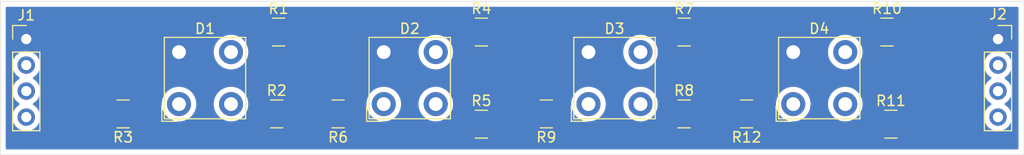
<source format=kicad_pcb>
(kicad_pcb (version 20171130) (host pcbnew "(5.1.0)-1")

  (general
    (thickness 1.6)
    (drawings 4)
    (tracks 0)
    (zones 0)
    (modules 18)
    (nets 17)
  )

  (page A4)
  (layers
    (0 F.Cu signal)
    (31 B.Cu signal)
    (32 B.Adhes user)
    (33 F.Adhes user)
    (34 B.Paste user)
    (35 F.Paste user)
    (36 B.SilkS user)
    (37 F.SilkS user)
    (38 B.Mask user)
    (39 F.Mask user)
    (40 Dwgs.User user)
    (41 Cmts.User user)
    (42 Eco1.User user)
    (43 Eco2.User user)
    (44 Edge.Cuts user)
    (45 Margin user)
    (46 B.CrtYd user)
    (47 F.CrtYd user)
    (48 B.Fab user hide)
    (49 F.Fab user hide)
  )

  (setup
    (last_trace_width 1)
    (trace_clearance 0.2)
    (zone_clearance 0.508)
    (zone_45_only no)
    (trace_min 0.2)
    (via_size 0.8)
    (via_drill 0.4)
    (via_min_size 0.4)
    (via_min_drill 0.3)
    (uvia_size 0.3)
    (uvia_drill 0.1)
    (uvias_allowed no)
    (uvia_min_size 0.2)
    (uvia_min_drill 0.1)
    (edge_width 0.05)
    (segment_width 0.2)
    (pcb_text_width 0.3)
    (pcb_text_size 1.5 1.5)
    (mod_edge_width 0.12)
    (mod_text_size 1 1)
    (mod_text_width 0.15)
    (pad_size 1.524 1.524)
    (pad_drill 0.762)
    (pad_to_mask_clearance 0.051)
    (solder_mask_min_width 0.25)
    (aux_axis_origin 0 0)
    (visible_elements 7FFFFFFF)
    (pcbplotparams
      (layerselection 0x010fc_ffffffff)
      (usegerberextensions false)
      (usegerberattributes false)
      (usegerberadvancedattributes false)
      (creategerberjobfile false)
      (excludeedgelayer true)
      (linewidth 0.100000)
      (plotframeref false)
      (viasonmask false)
      (mode 1)
      (useauxorigin false)
      (hpglpennumber 1)
      (hpglpenspeed 20)
      (hpglpendiameter 15.000000)
      (psnegative false)
      (psa4output false)
      (plotreference true)
      (plotvalue true)
      (plotinvisibletext false)
      (padsonsilk false)
      (subtractmaskfromsilk false)
      (outputformat 1)
      (mirror false)
      (drillshape 1)
      (scaleselection 1)
      (outputdirectory ""))
  )

  (net 0 "")
  (net 1 "Net-(D1-Pad4)")
  (net 2 "Net-(D1-Pad3)")
  (net 3 +12V)
  (net 4 "Net-(D1-Pad2)")
  (net 5 "Net-(D2-Pad2)")
  (net 6 "Net-(D2-Pad3)")
  (net 7 "Net-(D2-Pad4)")
  (net 8 "Net-(D3-Pad4)")
  (net 9 "Net-(D3-Pad3)")
  (net 10 "Net-(D3-Pad2)")
  (net 11 "Net-(D4-Pad2)")
  (net 12 "Net-(D4-Pad3)")
  (net 13 "Net-(D4-Pad4)")
  (net 14 "Net-(J1-Pad2)")
  (net 15 "Net-(J1-Pad3)")
  (net 16 "Net-(J1-Pad4)")

  (net_class Default "This is the default net class."
    (clearance 0.2)
    (trace_width 1)
    (via_dia 0.8)
    (via_drill 0.4)
    (uvia_dia 0.3)
    (uvia_drill 0.1)
    (add_net +12V)
    (add_net "Net-(D1-Pad2)")
    (add_net "Net-(D1-Pad3)")
    (add_net "Net-(D1-Pad4)")
    (add_net "Net-(D2-Pad2)")
    (add_net "Net-(D2-Pad3)")
    (add_net "Net-(D2-Pad4)")
    (add_net "Net-(D3-Pad2)")
    (add_net "Net-(D3-Pad3)")
    (add_net "Net-(D3-Pad4)")
    (add_net "Net-(D4-Pad2)")
    (add_net "Net-(D4-Pad3)")
    (add_net "Net-(D4-Pad4)")
    (add_net "Net-(J1-Pad2)")
    (add_net "Net-(J1-Pad3)")
    (add_net "Net-(J1-Pad4)")
  )

  (module "RGB LED Piranha Super-Flux:LED_FD-115TRGB-A2" (layer F.Cu) (tedit 64051E4A) (tstamp 64054778)
    (at 20 7.5)
    (descr "'Piranha' RGB LED, through hole, common anode, 7.62x7.62mm, ARGB pin order")
    (tags "RGB LED Piranha Super-Flux")
    (path /6349A205)
    (fp_text reference D1 (at 0 -4.826 180) (layer F.SilkS)
      (effects (font (size 1 1) (thickness 0.15)))
    )
    (fp_text value LED_ARGB (at 0 5.334 180) (layer F.Fab)
      (effects (font (size 1 1) (thickness 0.15)))
    )
    (fp_line (start -3.81 2.56) (end -3.81 -3.81) (layer F.Fab) (width 0.1))
    (fp_line (start -3.81 -3.81) (end 3.81 -3.81) (layer F.Fab) (width 0.1))
    (fp_line (start 3.81 -3.81) (end 3.81 3.81) (layer F.Fab) (width 0.1))
    (fp_line (start 3.81 3.81) (end -2.56 3.81) (layer F.Fab) (width 0.1))
    (fp_line (start -2.56 3.81) (end -3.81 2.56) (layer F.Fab) (width 0.1))
    (fp_line (start -3.975 3.975) (end 3.975 3.975) (layer F.SilkS) (width 0.12))
    (fp_line (start 3.975 3.975) (end 3.975 -3.975) (layer F.SilkS) (width 0.12))
    (fp_line (start 3.975 -3.975) (end -3.975 -3.975) (layer F.SilkS) (width 0.12))
    (fp_line (start -3.975 -3.975) (end -3.975 3.975) (layer F.SilkS) (width 0.12))
    (fp_line (start -2.725 4.215) (end -4.215 4.215) (layer F.SilkS) (width 0.12))
    (fp_line (start -4.215 4.215) (end -4.215 2.725) (layer F.SilkS) (width 0.12))
    (fp_line (start -4.06 4.06) (end 4.06 4.06) (layer F.CrtYd) (width 0.05))
    (fp_line (start 4.06 4.06) (end 4.06 -4.06) (layer F.CrtYd) (width 0.05))
    (fp_line (start 4.06 -4.06) (end -4.06 -4.06) (layer F.CrtYd) (width 0.05))
    (fp_line (start -4.06 -4.06) (end -4.06 4.06) (layer F.CrtYd) (width 0.05))
    (fp_text user %R (at 0 0 180) (layer F.Fab)
      (effects (font (size 1 1) (thickness 0.15)))
    )
    (pad 4 thru_hole circle (at -2.54 2.54 90) (size 2.35 2.35) (drill 1.35) (layers *.Cu *.Mask)
      (net 1 "Net-(D1-Pad4)"))
    (pad 3 thru_hole circle (at 2.54 2.54 90) (size 2.35 2.35) (drill 1.35) (layers *.Cu *.Mask)
      (net 2 "Net-(D1-Pad3)"))
    (pad 1 thru_hole rect (at -2.54 -2.54 90) (size 2.35 2.35) (drill 1.35) (layers *.Cu *.Mask)
      (net 3 +12V))
    (pad 2 thru_hole circle (at 2.54 -2.54 90) (size 2.35 2.35) (drill 1.35) (layers *.Cu *.Mask)
      (net 4 "Net-(D1-Pad2)"))
    (model ${KISYS3DMOD}/LED_THT.3dshapes/LED_BL-FL7680RGB.wrl
      (at (xyz 0 0 0))
      (scale (xyz 1 1 1))
      (rotate (xyz 0 0 0))
    )
  )

  (module "RGB LED Piranha Super-Flux:LED_FD-115TRGB-A2" (layer F.Cu) (tedit 64051E4A) (tstamp 64054790)
    (at 40 7.5)
    (descr "'Piranha' RGB LED, through hole, common anode, 7.62x7.62mm, ARGB pin order")
    (tags "RGB LED Piranha Super-Flux")
    (path /634AA274)
    (fp_text reference D2 (at 0 -4.826 180) (layer F.SilkS)
      (effects (font (size 1 1) (thickness 0.15)))
    )
    (fp_text value LED_ARGB (at 0 5.334 180) (layer F.Fab)
      (effects (font (size 1 1) (thickness 0.15)))
    )
    (fp_text user %R (at 0 0 180) (layer F.Fab)
      (effects (font (size 1 1) (thickness 0.15)))
    )
    (fp_line (start -4.06 -4.06) (end -4.06 4.06) (layer F.CrtYd) (width 0.05))
    (fp_line (start 4.06 -4.06) (end -4.06 -4.06) (layer F.CrtYd) (width 0.05))
    (fp_line (start 4.06 4.06) (end 4.06 -4.06) (layer F.CrtYd) (width 0.05))
    (fp_line (start -4.06 4.06) (end 4.06 4.06) (layer F.CrtYd) (width 0.05))
    (fp_line (start -4.215 4.215) (end -4.215 2.725) (layer F.SilkS) (width 0.12))
    (fp_line (start -2.725 4.215) (end -4.215 4.215) (layer F.SilkS) (width 0.12))
    (fp_line (start -3.975 -3.975) (end -3.975 3.975) (layer F.SilkS) (width 0.12))
    (fp_line (start 3.975 -3.975) (end -3.975 -3.975) (layer F.SilkS) (width 0.12))
    (fp_line (start 3.975 3.975) (end 3.975 -3.975) (layer F.SilkS) (width 0.12))
    (fp_line (start -3.975 3.975) (end 3.975 3.975) (layer F.SilkS) (width 0.12))
    (fp_line (start -2.56 3.81) (end -3.81 2.56) (layer F.Fab) (width 0.1))
    (fp_line (start 3.81 3.81) (end -2.56 3.81) (layer F.Fab) (width 0.1))
    (fp_line (start 3.81 -3.81) (end 3.81 3.81) (layer F.Fab) (width 0.1))
    (fp_line (start -3.81 -3.81) (end 3.81 -3.81) (layer F.Fab) (width 0.1))
    (fp_line (start -3.81 2.56) (end -3.81 -3.81) (layer F.Fab) (width 0.1))
    (pad 2 thru_hole circle (at 2.54 -2.54 90) (size 2.35 2.35) (drill 1.35) (layers *.Cu *.Mask)
      (net 5 "Net-(D2-Pad2)"))
    (pad 1 thru_hole rect (at -2.54 -2.54 90) (size 2.35 2.35) (drill 1.35) (layers *.Cu *.Mask)
      (net 3 +12V))
    (pad 3 thru_hole circle (at 2.54 2.54 90) (size 2.35 2.35) (drill 1.35) (layers *.Cu *.Mask)
      (net 6 "Net-(D2-Pad3)"))
    (pad 4 thru_hole circle (at -2.54 2.54 90) (size 2.35 2.35) (drill 1.35) (layers *.Cu *.Mask)
      (net 7 "Net-(D2-Pad4)"))
    (model ${KISYS3DMOD}/LED_THT.3dshapes/LED_BL-FL7680RGB.wrl
      (at (xyz 0 0 0))
      (scale (xyz 1 1 1))
      (rotate (xyz 0 0 0))
    )
  )

  (module "RGB LED Piranha Super-Flux:LED_FD-115TRGB-A2" (layer F.Cu) (tedit 64051E4A) (tstamp 640547A8)
    (at 60 7.5)
    (descr "'Piranha' RGB LED, through hole, common anode, 7.62x7.62mm, ARGB pin order")
    (tags "RGB LED Piranha Super-Flux")
    (path /634ABCE4)
    (fp_text reference D3 (at 0 -4.826 180) (layer F.SilkS)
      (effects (font (size 1 1) (thickness 0.15)))
    )
    (fp_text value LED_ARGB (at 0 5.334 180) (layer F.Fab)
      (effects (font (size 1 1) (thickness 0.15)))
    )
    (fp_line (start -3.81 2.56) (end -3.81 -3.81) (layer F.Fab) (width 0.1))
    (fp_line (start -3.81 -3.81) (end 3.81 -3.81) (layer F.Fab) (width 0.1))
    (fp_line (start 3.81 -3.81) (end 3.81 3.81) (layer F.Fab) (width 0.1))
    (fp_line (start 3.81 3.81) (end -2.56 3.81) (layer F.Fab) (width 0.1))
    (fp_line (start -2.56 3.81) (end -3.81 2.56) (layer F.Fab) (width 0.1))
    (fp_line (start -3.975 3.975) (end 3.975 3.975) (layer F.SilkS) (width 0.12))
    (fp_line (start 3.975 3.975) (end 3.975 -3.975) (layer F.SilkS) (width 0.12))
    (fp_line (start 3.975 -3.975) (end -3.975 -3.975) (layer F.SilkS) (width 0.12))
    (fp_line (start -3.975 -3.975) (end -3.975 3.975) (layer F.SilkS) (width 0.12))
    (fp_line (start -2.725 4.215) (end -4.215 4.215) (layer F.SilkS) (width 0.12))
    (fp_line (start -4.215 4.215) (end -4.215 2.725) (layer F.SilkS) (width 0.12))
    (fp_line (start -4.06 4.06) (end 4.06 4.06) (layer F.CrtYd) (width 0.05))
    (fp_line (start 4.06 4.06) (end 4.06 -4.06) (layer F.CrtYd) (width 0.05))
    (fp_line (start 4.06 -4.06) (end -4.06 -4.06) (layer F.CrtYd) (width 0.05))
    (fp_line (start -4.06 -4.06) (end -4.06 4.06) (layer F.CrtYd) (width 0.05))
    (fp_text user %R (at 0 0 180) (layer F.Fab)
      (effects (font (size 1 1) (thickness 0.15)))
    )
    (pad 4 thru_hole circle (at -2.54 2.54 90) (size 2.35 2.35) (drill 1.35) (layers *.Cu *.Mask)
      (net 8 "Net-(D3-Pad4)"))
    (pad 3 thru_hole circle (at 2.54 2.54 90) (size 2.35 2.35) (drill 1.35) (layers *.Cu *.Mask)
      (net 9 "Net-(D3-Pad3)"))
    (pad 1 thru_hole rect (at -2.54 -2.54 90) (size 2.35 2.35) (drill 1.35) (layers *.Cu *.Mask)
      (net 3 +12V))
    (pad 2 thru_hole circle (at 2.54 -2.54 90) (size 2.35 2.35) (drill 1.35) (layers *.Cu *.Mask)
      (net 10 "Net-(D3-Pad2)"))
    (model ${KISYS3DMOD}/LED_THT.3dshapes/LED_BL-FL7680RGB.wrl
      (at (xyz 0 0 0))
      (scale (xyz 1 1 1))
      (rotate (xyz 0 0 0))
    )
  )

  (module "RGB LED Piranha Super-Flux:LED_FD-115TRGB-A2" (layer F.Cu) (tedit 64051E4A) (tstamp 640547C0)
    (at 80 7.5)
    (descr "'Piranha' RGB LED, through hole, common anode, 7.62x7.62mm, ARGB pin order")
    (tags "RGB LED Piranha Super-Flux")
    (path /634AE83F)
    (fp_text reference D4 (at 0 -4.826 180) (layer F.SilkS)
      (effects (font (size 1 1) (thickness 0.15)))
    )
    (fp_text value LED_ARGB (at 0 5.334 180) (layer F.Fab)
      (effects (font (size 1 1) (thickness 0.15)))
    )
    (fp_text user %R (at 0 0 180) (layer F.Fab)
      (effects (font (size 1 1) (thickness 0.15)))
    )
    (fp_line (start -4.06 -4.06) (end -4.06 4.06) (layer F.CrtYd) (width 0.05))
    (fp_line (start 4.06 -4.06) (end -4.06 -4.06) (layer F.CrtYd) (width 0.05))
    (fp_line (start 4.06 4.06) (end 4.06 -4.06) (layer F.CrtYd) (width 0.05))
    (fp_line (start -4.06 4.06) (end 4.06 4.06) (layer F.CrtYd) (width 0.05))
    (fp_line (start -4.215 4.215) (end -4.215 2.725) (layer F.SilkS) (width 0.12))
    (fp_line (start -2.725 4.215) (end -4.215 4.215) (layer F.SilkS) (width 0.12))
    (fp_line (start -3.975 -3.975) (end -3.975 3.975) (layer F.SilkS) (width 0.12))
    (fp_line (start 3.975 -3.975) (end -3.975 -3.975) (layer F.SilkS) (width 0.12))
    (fp_line (start 3.975 3.975) (end 3.975 -3.975) (layer F.SilkS) (width 0.12))
    (fp_line (start -3.975 3.975) (end 3.975 3.975) (layer F.SilkS) (width 0.12))
    (fp_line (start -2.56 3.81) (end -3.81 2.56) (layer F.Fab) (width 0.1))
    (fp_line (start 3.81 3.81) (end -2.56 3.81) (layer F.Fab) (width 0.1))
    (fp_line (start 3.81 -3.81) (end 3.81 3.81) (layer F.Fab) (width 0.1))
    (fp_line (start -3.81 -3.81) (end 3.81 -3.81) (layer F.Fab) (width 0.1))
    (fp_line (start -3.81 2.56) (end -3.81 -3.81) (layer F.Fab) (width 0.1))
    (pad 2 thru_hole circle (at 2.54 -2.54 90) (size 2.35 2.35) (drill 1.35) (layers *.Cu *.Mask)
      (net 11 "Net-(D4-Pad2)"))
    (pad 1 thru_hole rect (at -2.54 -2.54 90) (size 2.35 2.35) (drill 1.35) (layers *.Cu *.Mask)
      (net 3 +12V))
    (pad 3 thru_hole circle (at 2.54 2.54 90) (size 2.35 2.35) (drill 1.35) (layers *.Cu *.Mask)
      (net 12 "Net-(D4-Pad3)"))
    (pad 4 thru_hole circle (at -2.54 2.54 90) (size 2.35 2.35) (drill 1.35) (layers *.Cu *.Mask)
      (net 13 "Net-(D4-Pad4)"))
    (model ${KISYS3DMOD}/LED_THT.3dshapes/LED_BL-FL7680RGB.wrl
      (at (xyz 0 0 0))
      (scale (xyz 1 1 1))
      (rotate (xyz 0 0 0))
    )
  )

  (module Connector_PinHeader_2.54mm:PinHeader_1x04_P2.54mm_Vertical (layer F.Cu) (tedit 59FED5CC) (tstamp 640547E8)
    (at 2.54 3.69)
    (descr "Through hole straight pin header, 1x04, 2.54mm pitch, single row")
    (tags "Through hole pin header THT 1x04 2.54mm single row")
    (path /634A2590)
    (fp_text reference J1 (at 0 -2.33) (layer F.SilkS)
      (effects (font (size 1 1) (thickness 0.15)))
    )
    (fp_text value Conn_IN (at 0 9.95) (layer F.Fab)
      (effects (font (size 1 1) (thickness 0.15)))
    )
    (fp_line (start -0.635 -1.27) (end 1.27 -1.27) (layer F.Fab) (width 0.1))
    (fp_line (start 1.27 -1.27) (end 1.27 8.89) (layer F.Fab) (width 0.1))
    (fp_line (start 1.27 8.89) (end -1.27 8.89) (layer F.Fab) (width 0.1))
    (fp_line (start -1.27 8.89) (end -1.27 -0.635) (layer F.Fab) (width 0.1))
    (fp_line (start -1.27 -0.635) (end -0.635 -1.27) (layer F.Fab) (width 0.1))
    (fp_line (start -1.33 8.95) (end 1.33 8.95) (layer F.SilkS) (width 0.12))
    (fp_line (start -1.33 1.27) (end -1.33 8.95) (layer F.SilkS) (width 0.12))
    (fp_line (start 1.33 1.27) (end 1.33 8.95) (layer F.SilkS) (width 0.12))
    (fp_line (start -1.33 1.27) (end 1.33 1.27) (layer F.SilkS) (width 0.12))
    (fp_line (start -1.33 0) (end -1.33 -1.33) (layer F.SilkS) (width 0.12))
    (fp_line (start -1.33 -1.33) (end 0 -1.33) (layer F.SilkS) (width 0.12))
    (fp_line (start -1.8 -1.8) (end -1.8 9.4) (layer F.CrtYd) (width 0.05))
    (fp_line (start -1.8 9.4) (end 1.8 9.4) (layer F.CrtYd) (width 0.05))
    (fp_line (start 1.8 9.4) (end 1.8 -1.8) (layer F.CrtYd) (width 0.05))
    (fp_line (start 1.8 -1.8) (end -1.8 -1.8) (layer F.CrtYd) (width 0.05))
    (fp_text user %R (at 0 3.81 90) (layer F.Fab)
      (effects (font (size 1 1) (thickness 0.15)))
    )
    (pad 1 thru_hole rect (at 0 0) (size 1.7 1.7) (drill 1) (layers *.Cu *.Mask)
      (net 3 +12V))
    (pad 2 thru_hole oval (at 0 2.54) (size 1.7 1.7) (drill 1) (layers *.Cu *.Mask)
      (net 14 "Net-(J1-Pad2)"))
    (pad 3 thru_hole oval (at 0 5.08) (size 1.7 1.7) (drill 1) (layers *.Cu *.Mask)
      (net 15 "Net-(J1-Pad3)"))
    (pad 4 thru_hole oval (at 0 7.62) (size 1.7 1.7) (drill 1) (layers *.Cu *.Mask)
      (net 16 "Net-(J1-Pad4)"))
    (model ${KISYS3DMOD}/Connector_PinHeader_2.54mm.3dshapes/PinHeader_1x04_P2.54mm_Vertical.wrl
      (at (xyz 0 0 0))
      (scale (xyz 1 1 1))
      (rotate (xyz 0 0 0))
    )
  )

  (module Connector_PinSocket_2.54mm:PinSocket_1x04_P2.54mm_Vertical (layer F.Cu) (tedit 5A19A429) (tstamp 64054800)
    (at 97.46 3.69)
    (descr "Through hole straight socket strip, 1x04, 2.54mm pitch, single row (from Kicad 4.0.7), script generated")
    (tags "Through hole socket strip THT 1x04 2.54mm single row")
    (path /634A662D)
    (fp_text reference J2 (at 0 -2.428) (layer F.SilkS)
      (effects (font (size 1 1) (thickness 0.15)))
    )
    (fp_text value Conn_OUT (at 0 10.39) (layer F.Fab)
      (effects (font (size 1 1) (thickness 0.15)))
    )
    (fp_line (start -1.27 -1.27) (end 0.635 -1.27) (layer F.Fab) (width 0.1))
    (fp_line (start 0.635 -1.27) (end 1.27 -0.635) (layer F.Fab) (width 0.1))
    (fp_line (start 1.27 -0.635) (end 1.27 8.89) (layer F.Fab) (width 0.1))
    (fp_line (start 1.27 8.89) (end -1.27 8.89) (layer F.Fab) (width 0.1))
    (fp_line (start -1.27 8.89) (end -1.27 -1.27) (layer F.Fab) (width 0.1))
    (fp_line (start -1.33 1.27) (end 1.33 1.27) (layer F.SilkS) (width 0.12))
    (fp_line (start -1.33 1.27) (end -1.33 8.95) (layer F.SilkS) (width 0.12))
    (fp_line (start -1.33 8.95) (end 1.33 8.95) (layer F.SilkS) (width 0.12))
    (fp_line (start 1.33 1.27) (end 1.33 8.95) (layer F.SilkS) (width 0.12))
    (fp_line (start 1.33 -1.33) (end 1.33 0) (layer F.SilkS) (width 0.12))
    (fp_line (start 0 -1.33) (end 1.33 -1.33) (layer F.SilkS) (width 0.12))
    (fp_line (start -1.8 -1.8) (end 1.75 -1.8) (layer F.CrtYd) (width 0.05))
    (fp_line (start 1.75 -1.8) (end 1.75 9.4) (layer F.CrtYd) (width 0.05))
    (fp_line (start 1.75 9.4) (end -1.8 9.4) (layer F.CrtYd) (width 0.05))
    (fp_line (start -1.8 9.4) (end -1.8 -1.8) (layer F.CrtYd) (width 0.05))
    (fp_text user %R (at 0 3.81 90) (layer F.Fab)
      (effects (font (size 1 1) (thickness 0.15)))
    )
    (pad 1 thru_hole rect (at 0 0) (size 1.7 1.7) (drill 1) (layers *.Cu *.Mask)
      (net 3 +12V))
    (pad 2 thru_hole oval (at 0 2.54) (size 1.7 1.7) (drill 1) (layers *.Cu *.Mask)
      (net 14 "Net-(J1-Pad2)"))
    (pad 3 thru_hole oval (at 0 5.08) (size 1.7 1.7) (drill 1) (layers *.Cu *.Mask)
      (net 15 "Net-(J1-Pad3)"))
    (pad 4 thru_hole oval (at 0 7.62) (size 1.7 1.7) (drill 1) (layers *.Cu *.Mask)
      (net 16 "Net-(J1-Pad4)"))
    (model ${KISYS3DMOD}/Connector_PinSocket_2.54mm.3dshapes/PinSocket_1x04_P2.54mm_Vertical.wrl
      (at (xyz 0 0 0))
      (scale (xyz 1 1 1))
      (rotate (xyz 0 0 0))
    )
  )

  (module Resistor_SMD:R_1210_3225Metric_Pad1.42x2.65mm_HandSolder (layer F.Cu) (tedit 5B301BBD) (tstamp 64054811)
    (at 27.178 3)
    (descr "Resistor SMD 1210 (3225 Metric), square (rectangular) end terminal, IPC_7351 nominal with elongated pad for handsoldering. (Body size source: http://www.tortai-tech.com/upload/download/2011102023233369053.pdf), generated with kicad-footprint-generator")
    (tags "resistor handsolder")
    (path /6349CDEF)
    (attr smd)
    (fp_text reference R1 (at 0 -2.28) (layer F.SilkS)
      (effects (font (size 1 1) (thickness 0.15)))
    )
    (fp_text value 620 (at 0 2.28) (layer F.Fab)
      (effects (font (size 1 1) (thickness 0.15)))
    )
    (fp_line (start -1.6 1.25) (end -1.6 -1.25) (layer F.Fab) (width 0.1))
    (fp_line (start -1.6 -1.25) (end 1.6 -1.25) (layer F.Fab) (width 0.1))
    (fp_line (start 1.6 -1.25) (end 1.6 1.25) (layer F.Fab) (width 0.1))
    (fp_line (start 1.6 1.25) (end -1.6 1.25) (layer F.Fab) (width 0.1))
    (fp_line (start -0.602064 -1.36) (end 0.602064 -1.36) (layer F.SilkS) (width 0.12))
    (fp_line (start -0.602064 1.36) (end 0.602064 1.36) (layer F.SilkS) (width 0.12))
    (fp_line (start -2.45 1.58) (end -2.45 -1.58) (layer F.CrtYd) (width 0.05))
    (fp_line (start -2.45 -1.58) (end 2.45 -1.58) (layer F.CrtYd) (width 0.05))
    (fp_line (start 2.45 -1.58) (end 2.45 1.58) (layer F.CrtYd) (width 0.05))
    (fp_line (start 2.45 1.58) (end -2.45 1.58) (layer F.CrtYd) (width 0.05))
    (fp_text user %R (at 0 0) (layer F.Fab)
      (effects (font (size 0.8 0.8) (thickness 0.12)))
    )
    (pad 1 smd roundrect (at -1.4875 0) (size 1.425 2.65) (layers F.Cu F.Paste F.Mask) (roundrect_rratio 0.175439)
      (net 4 "Net-(D1-Pad2)"))
    (pad 2 smd roundrect (at 1.4875 0) (size 1.425 2.65) (layers F.Cu F.Paste F.Mask) (roundrect_rratio 0.175439)
      (net 14 "Net-(J1-Pad2)"))
    (model ${KISYS3DMOD}/Resistor_SMD.3dshapes/R_1210_3225Metric.wrl
      (at (xyz 0 0 0))
      (scale (xyz 1 1 1))
      (rotate (xyz 0 0 0))
    )
  )

  (module Resistor_SMD:R_1210_3225Metric_Pad1.42x2.65mm_HandSolder (layer F.Cu) (tedit 5B301BBD) (tstamp 64054822)
    (at 27 11)
    (descr "Resistor SMD 1210 (3225 Metric), square (rectangular) end terminal, IPC_7351 nominal with elongated pad for handsoldering. (Body size source: http://www.tortai-tech.com/upload/download/2011102023233369053.pdf), generated with kicad-footprint-generator")
    (tags "resistor handsolder")
    (path /6349E412)
    (attr smd)
    (fp_text reference R2 (at 0 -2.28) (layer F.SilkS)
      (effects (font (size 1 1) (thickness 0.15)))
    )
    (fp_text value 620 (at 0 2.28) (layer F.Fab)
      (effects (font (size 1 1) (thickness 0.15)))
    )
    (fp_text user %R (at 0 0) (layer F.Fab)
      (effects (font (size 0.8 0.8) (thickness 0.12)))
    )
    (fp_line (start 2.45 1.58) (end -2.45 1.58) (layer F.CrtYd) (width 0.05))
    (fp_line (start 2.45 -1.58) (end 2.45 1.58) (layer F.CrtYd) (width 0.05))
    (fp_line (start -2.45 -1.58) (end 2.45 -1.58) (layer F.CrtYd) (width 0.05))
    (fp_line (start -2.45 1.58) (end -2.45 -1.58) (layer F.CrtYd) (width 0.05))
    (fp_line (start -0.602064 1.36) (end 0.602064 1.36) (layer F.SilkS) (width 0.12))
    (fp_line (start -0.602064 -1.36) (end 0.602064 -1.36) (layer F.SilkS) (width 0.12))
    (fp_line (start 1.6 1.25) (end -1.6 1.25) (layer F.Fab) (width 0.1))
    (fp_line (start 1.6 -1.25) (end 1.6 1.25) (layer F.Fab) (width 0.1))
    (fp_line (start -1.6 -1.25) (end 1.6 -1.25) (layer F.Fab) (width 0.1))
    (fp_line (start -1.6 1.25) (end -1.6 -1.25) (layer F.Fab) (width 0.1))
    (pad 2 smd roundrect (at 1.4875 0) (size 1.425 2.65) (layers F.Cu F.Paste F.Mask) (roundrect_rratio 0.175439)
      (net 15 "Net-(J1-Pad3)"))
    (pad 1 smd roundrect (at -1.4875 0) (size 1.425 2.65) (layers F.Cu F.Paste F.Mask) (roundrect_rratio 0.175439)
      (net 2 "Net-(D1-Pad3)"))
    (model ${KISYS3DMOD}/Resistor_SMD.3dshapes/R_1210_3225Metric.wrl
      (at (xyz 0 0 0))
      (scale (xyz 1 1 1))
      (rotate (xyz 0 0 0))
    )
  )

  (module Resistor_SMD:R_1210_3225Metric_Pad1.42x2.65mm_HandSolder (layer F.Cu) (tedit 5B301BBD) (tstamp 64054833)
    (at 12 11 180)
    (descr "Resistor SMD 1210 (3225 Metric), square (rectangular) end terminal, IPC_7351 nominal with elongated pad for handsoldering. (Body size source: http://www.tortai-tech.com/upload/download/2011102023233369053.pdf), generated with kicad-footprint-generator")
    (tags "resistor handsolder")
    (path /6349EBBA)
    (attr smd)
    (fp_text reference R3 (at 0 -2.28 180) (layer F.SilkS)
      (effects (font (size 1 1) (thickness 0.15)))
    )
    (fp_text value 620 (at 0 2.28 180) (layer F.Fab)
      (effects (font (size 1 1) (thickness 0.15)))
    )
    (fp_line (start -1.6 1.25) (end -1.6 -1.25) (layer F.Fab) (width 0.1))
    (fp_line (start -1.6 -1.25) (end 1.6 -1.25) (layer F.Fab) (width 0.1))
    (fp_line (start 1.6 -1.25) (end 1.6 1.25) (layer F.Fab) (width 0.1))
    (fp_line (start 1.6 1.25) (end -1.6 1.25) (layer F.Fab) (width 0.1))
    (fp_line (start -0.602064 -1.36) (end 0.602064 -1.36) (layer F.SilkS) (width 0.12))
    (fp_line (start -0.602064 1.36) (end 0.602064 1.36) (layer F.SilkS) (width 0.12))
    (fp_line (start -2.45 1.58) (end -2.45 -1.58) (layer F.CrtYd) (width 0.05))
    (fp_line (start -2.45 -1.58) (end 2.45 -1.58) (layer F.CrtYd) (width 0.05))
    (fp_line (start 2.45 -1.58) (end 2.45 1.58) (layer F.CrtYd) (width 0.05))
    (fp_line (start 2.45 1.58) (end -2.45 1.58) (layer F.CrtYd) (width 0.05))
    (fp_text user %R (at 0 0 180) (layer F.Fab)
      (effects (font (size 0.8 0.8) (thickness 0.12)))
    )
    (pad 1 smd roundrect (at -1.4875 0 180) (size 1.425 2.65) (layers F.Cu F.Paste F.Mask) (roundrect_rratio 0.175439)
      (net 1 "Net-(D1-Pad4)"))
    (pad 2 smd roundrect (at 1.4875 0 180) (size 1.425 2.65) (layers F.Cu F.Paste F.Mask) (roundrect_rratio 0.175439)
      (net 16 "Net-(J1-Pad4)"))
    (model ${KISYS3DMOD}/Resistor_SMD.3dshapes/R_1210_3225Metric.wrl
      (at (xyz 0 0 0))
      (scale (xyz 1 1 1))
      (rotate (xyz 0 0 0))
    )
  )

  (module Resistor_SMD:R_1210_3225Metric_Pad1.42x2.65mm_HandSolder (layer F.Cu) (tedit 5B301BBD) (tstamp 64054844)
    (at 47 3)
    (descr "Resistor SMD 1210 (3225 Metric), square (rectangular) end terminal, IPC_7351 nominal with elongated pad for handsoldering. (Body size source: http://www.tortai-tech.com/upload/download/2011102023233369053.pdf), generated with kicad-footprint-generator")
    (tags "resistor handsolder")
    (path /634AA27A)
    (attr smd)
    (fp_text reference R4 (at 0 -2.28) (layer F.SilkS)
      (effects (font (size 1 1) (thickness 0.15)))
    )
    (fp_text value 620 (at 0 2.28) (layer F.Fab)
      (effects (font (size 1 1) (thickness 0.15)))
    )
    (fp_line (start -1.6 1.25) (end -1.6 -1.25) (layer F.Fab) (width 0.1))
    (fp_line (start -1.6 -1.25) (end 1.6 -1.25) (layer F.Fab) (width 0.1))
    (fp_line (start 1.6 -1.25) (end 1.6 1.25) (layer F.Fab) (width 0.1))
    (fp_line (start 1.6 1.25) (end -1.6 1.25) (layer F.Fab) (width 0.1))
    (fp_line (start -0.602064 -1.36) (end 0.602064 -1.36) (layer F.SilkS) (width 0.12))
    (fp_line (start -0.602064 1.36) (end 0.602064 1.36) (layer F.SilkS) (width 0.12))
    (fp_line (start -2.45 1.58) (end -2.45 -1.58) (layer F.CrtYd) (width 0.05))
    (fp_line (start -2.45 -1.58) (end 2.45 -1.58) (layer F.CrtYd) (width 0.05))
    (fp_line (start 2.45 -1.58) (end 2.45 1.58) (layer F.CrtYd) (width 0.05))
    (fp_line (start 2.45 1.58) (end -2.45 1.58) (layer F.CrtYd) (width 0.05))
    (fp_text user %R (at 0 0) (layer F.Fab)
      (effects (font (size 0.8 0.8) (thickness 0.12)))
    )
    (pad 1 smd roundrect (at -1.4875 0) (size 1.425 2.65) (layers F.Cu F.Paste F.Mask) (roundrect_rratio 0.175439)
      (net 5 "Net-(D2-Pad2)"))
    (pad 2 smd roundrect (at 1.4875 0) (size 1.425 2.65) (layers F.Cu F.Paste F.Mask) (roundrect_rratio 0.175439)
      (net 14 "Net-(J1-Pad2)"))
    (model ${KISYS3DMOD}/Resistor_SMD.3dshapes/R_1210_3225Metric.wrl
      (at (xyz 0 0 0))
      (scale (xyz 1 1 1))
      (rotate (xyz 0 0 0))
    )
  )

  (module Resistor_SMD:R_1210_3225Metric_Pad1.42x2.65mm_HandSolder (layer F.Cu) (tedit 5B301BBD) (tstamp 64054855)
    (at 47 12)
    (descr "Resistor SMD 1210 (3225 Metric), square (rectangular) end terminal, IPC_7351 nominal with elongated pad for handsoldering. (Body size source: http://www.tortai-tech.com/upload/download/2011102023233369053.pdf), generated with kicad-footprint-generator")
    (tags "resistor handsolder")
    (path /634AA280)
    (attr smd)
    (fp_text reference R5 (at 0 -2.28) (layer F.SilkS)
      (effects (font (size 1 1) (thickness 0.15)))
    )
    (fp_text value 620 (at 0 2.28) (layer F.Fab)
      (effects (font (size 1 1) (thickness 0.15)))
    )
    (fp_text user %R (at 0 0) (layer F.Fab)
      (effects (font (size 0.8 0.8) (thickness 0.12)))
    )
    (fp_line (start 2.45 1.58) (end -2.45 1.58) (layer F.CrtYd) (width 0.05))
    (fp_line (start 2.45 -1.58) (end 2.45 1.58) (layer F.CrtYd) (width 0.05))
    (fp_line (start -2.45 -1.58) (end 2.45 -1.58) (layer F.CrtYd) (width 0.05))
    (fp_line (start -2.45 1.58) (end -2.45 -1.58) (layer F.CrtYd) (width 0.05))
    (fp_line (start -0.602064 1.36) (end 0.602064 1.36) (layer F.SilkS) (width 0.12))
    (fp_line (start -0.602064 -1.36) (end 0.602064 -1.36) (layer F.SilkS) (width 0.12))
    (fp_line (start 1.6 1.25) (end -1.6 1.25) (layer F.Fab) (width 0.1))
    (fp_line (start 1.6 -1.25) (end 1.6 1.25) (layer F.Fab) (width 0.1))
    (fp_line (start -1.6 -1.25) (end 1.6 -1.25) (layer F.Fab) (width 0.1))
    (fp_line (start -1.6 1.25) (end -1.6 -1.25) (layer F.Fab) (width 0.1))
    (pad 2 smd roundrect (at 1.4875 0) (size 1.425 2.65) (layers F.Cu F.Paste F.Mask) (roundrect_rratio 0.175439)
      (net 15 "Net-(J1-Pad3)"))
    (pad 1 smd roundrect (at -1.4875 0) (size 1.425 2.65) (layers F.Cu F.Paste F.Mask) (roundrect_rratio 0.175439)
      (net 6 "Net-(D2-Pad3)"))
    (model ${KISYS3DMOD}/Resistor_SMD.3dshapes/R_1210_3225Metric.wrl
      (at (xyz 0 0 0))
      (scale (xyz 1 1 1))
      (rotate (xyz 0 0 0))
    )
  )

  (module Resistor_SMD:R_1210_3225Metric_Pad1.42x2.65mm_HandSolder (layer F.Cu) (tedit 5B301BBD) (tstamp 64054866)
    (at 33 11 180)
    (descr "Resistor SMD 1210 (3225 Metric), square (rectangular) end terminal, IPC_7351 nominal with elongated pad for handsoldering. (Body size source: http://www.tortai-tech.com/upload/download/2011102023233369053.pdf), generated with kicad-footprint-generator")
    (tags "resistor handsolder")
    (path /634AA286)
    (attr smd)
    (fp_text reference R6 (at 0 -2.28 180) (layer F.SilkS)
      (effects (font (size 1 1) (thickness 0.15)))
    )
    (fp_text value 620 (at 0 2.28 180) (layer F.Fab)
      (effects (font (size 1 1) (thickness 0.15)))
    )
    (fp_line (start -1.6 1.25) (end -1.6 -1.25) (layer F.Fab) (width 0.1))
    (fp_line (start -1.6 -1.25) (end 1.6 -1.25) (layer F.Fab) (width 0.1))
    (fp_line (start 1.6 -1.25) (end 1.6 1.25) (layer F.Fab) (width 0.1))
    (fp_line (start 1.6 1.25) (end -1.6 1.25) (layer F.Fab) (width 0.1))
    (fp_line (start -0.602064 -1.36) (end 0.602064 -1.36) (layer F.SilkS) (width 0.12))
    (fp_line (start -0.602064 1.36) (end 0.602064 1.36) (layer F.SilkS) (width 0.12))
    (fp_line (start -2.45 1.58) (end -2.45 -1.58) (layer F.CrtYd) (width 0.05))
    (fp_line (start -2.45 -1.58) (end 2.45 -1.58) (layer F.CrtYd) (width 0.05))
    (fp_line (start 2.45 -1.58) (end 2.45 1.58) (layer F.CrtYd) (width 0.05))
    (fp_line (start 2.45 1.58) (end -2.45 1.58) (layer F.CrtYd) (width 0.05))
    (fp_text user %R (at 0 0 180) (layer F.Fab)
      (effects (font (size 0.8 0.8) (thickness 0.12)))
    )
    (pad 1 smd roundrect (at -1.4875 0 180) (size 1.425 2.65) (layers F.Cu F.Paste F.Mask) (roundrect_rratio 0.175439)
      (net 7 "Net-(D2-Pad4)"))
    (pad 2 smd roundrect (at 1.4875 0 180) (size 1.425 2.65) (layers F.Cu F.Paste F.Mask) (roundrect_rratio 0.175439)
      (net 16 "Net-(J1-Pad4)"))
    (model ${KISYS3DMOD}/Resistor_SMD.3dshapes/R_1210_3225Metric.wrl
      (at (xyz 0 0 0))
      (scale (xyz 1 1 1))
      (rotate (xyz 0 0 0))
    )
  )

  (module Resistor_SMD:R_1210_3225Metric_Pad1.42x2.65mm_HandSolder (layer F.Cu) (tedit 5B301BBD) (tstamp 64054877)
    (at 66.802 3)
    (descr "Resistor SMD 1210 (3225 Metric), square (rectangular) end terminal, IPC_7351 nominal with elongated pad for handsoldering. (Body size source: http://www.tortai-tech.com/upload/download/2011102023233369053.pdf), generated with kicad-footprint-generator")
    (tags "resistor handsolder")
    (path /634ABCEA)
    (attr smd)
    (fp_text reference R7 (at 0 -2.28) (layer F.SilkS)
      (effects (font (size 1 1) (thickness 0.15)))
    )
    (fp_text value 620 (at 0 2.28) (layer F.Fab)
      (effects (font (size 1 1) (thickness 0.15)))
    )
    (fp_text user %R (at 0 0) (layer F.Fab)
      (effects (font (size 0.8 0.8) (thickness 0.12)))
    )
    (fp_line (start 2.45 1.58) (end -2.45 1.58) (layer F.CrtYd) (width 0.05))
    (fp_line (start 2.45 -1.58) (end 2.45 1.58) (layer F.CrtYd) (width 0.05))
    (fp_line (start -2.45 -1.58) (end 2.45 -1.58) (layer F.CrtYd) (width 0.05))
    (fp_line (start -2.45 1.58) (end -2.45 -1.58) (layer F.CrtYd) (width 0.05))
    (fp_line (start -0.602064 1.36) (end 0.602064 1.36) (layer F.SilkS) (width 0.12))
    (fp_line (start -0.602064 -1.36) (end 0.602064 -1.36) (layer F.SilkS) (width 0.12))
    (fp_line (start 1.6 1.25) (end -1.6 1.25) (layer F.Fab) (width 0.1))
    (fp_line (start 1.6 -1.25) (end 1.6 1.25) (layer F.Fab) (width 0.1))
    (fp_line (start -1.6 -1.25) (end 1.6 -1.25) (layer F.Fab) (width 0.1))
    (fp_line (start -1.6 1.25) (end -1.6 -1.25) (layer F.Fab) (width 0.1))
    (pad 2 smd roundrect (at 1.4875 0) (size 1.425 2.65) (layers F.Cu F.Paste F.Mask) (roundrect_rratio 0.175439)
      (net 14 "Net-(J1-Pad2)"))
    (pad 1 smd roundrect (at -1.4875 0) (size 1.425 2.65) (layers F.Cu F.Paste F.Mask) (roundrect_rratio 0.175439)
      (net 10 "Net-(D3-Pad2)"))
    (model ${KISYS3DMOD}/Resistor_SMD.3dshapes/R_1210_3225Metric.wrl
      (at (xyz 0 0 0))
      (scale (xyz 1 1 1))
      (rotate (xyz 0 0 0))
    )
  )

  (module Resistor_SMD:R_1210_3225Metric_Pad1.42x2.65mm_HandSolder (layer F.Cu) (tedit 5B301BBD) (tstamp 64054888)
    (at 66.802 11)
    (descr "Resistor SMD 1210 (3225 Metric), square (rectangular) end terminal, IPC_7351 nominal with elongated pad for handsoldering. (Body size source: http://www.tortai-tech.com/upload/download/2011102023233369053.pdf), generated with kicad-footprint-generator")
    (tags "resistor handsolder")
    (path /634ABCF0)
    (attr smd)
    (fp_text reference R8 (at 0 -2.28) (layer F.SilkS)
      (effects (font (size 1 1) (thickness 0.15)))
    )
    (fp_text value 620 (at 0 2.28) (layer F.Fab)
      (effects (font (size 1 1) (thickness 0.15)))
    )
    (fp_line (start -1.6 1.25) (end -1.6 -1.25) (layer F.Fab) (width 0.1))
    (fp_line (start -1.6 -1.25) (end 1.6 -1.25) (layer F.Fab) (width 0.1))
    (fp_line (start 1.6 -1.25) (end 1.6 1.25) (layer F.Fab) (width 0.1))
    (fp_line (start 1.6 1.25) (end -1.6 1.25) (layer F.Fab) (width 0.1))
    (fp_line (start -0.602064 -1.36) (end 0.602064 -1.36) (layer F.SilkS) (width 0.12))
    (fp_line (start -0.602064 1.36) (end 0.602064 1.36) (layer F.SilkS) (width 0.12))
    (fp_line (start -2.45 1.58) (end -2.45 -1.58) (layer F.CrtYd) (width 0.05))
    (fp_line (start -2.45 -1.58) (end 2.45 -1.58) (layer F.CrtYd) (width 0.05))
    (fp_line (start 2.45 -1.58) (end 2.45 1.58) (layer F.CrtYd) (width 0.05))
    (fp_line (start 2.45 1.58) (end -2.45 1.58) (layer F.CrtYd) (width 0.05))
    (fp_text user %R (at 0 0) (layer F.Fab)
      (effects (font (size 0.8 0.8) (thickness 0.12)))
    )
    (pad 1 smd roundrect (at -1.4875 0) (size 1.425 2.65) (layers F.Cu F.Paste F.Mask) (roundrect_rratio 0.175439)
      (net 9 "Net-(D3-Pad3)"))
    (pad 2 smd roundrect (at 1.4875 0) (size 1.425 2.65) (layers F.Cu F.Paste F.Mask) (roundrect_rratio 0.175439)
      (net 15 "Net-(J1-Pad3)"))
    (model ${KISYS3DMOD}/Resistor_SMD.3dshapes/R_1210_3225Metric.wrl
      (at (xyz 0 0 0))
      (scale (xyz 1 1 1))
      (rotate (xyz 0 0 0))
    )
  )

  (module Resistor_SMD:R_1210_3225Metric_Pad1.42x2.65mm_HandSolder (layer F.Cu) (tedit 5B301BBD) (tstamp 64054899)
    (at 53.34 11 180)
    (descr "Resistor SMD 1210 (3225 Metric), square (rectangular) end terminal, IPC_7351 nominal with elongated pad for handsoldering. (Body size source: http://www.tortai-tech.com/upload/download/2011102023233369053.pdf), generated with kicad-footprint-generator")
    (tags "resistor handsolder")
    (path /634ABCF6)
    (attr smd)
    (fp_text reference R9 (at 0 -2.28 180) (layer F.SilkS)
      (effects (font (size 1 1) (thickness 0.15)))
    )
    (fp_text value 620 (at 0 2.28 180) (layer F.Fab)
      (effects (font (size 1 1) (thickness 0.15)))
    )
    (fp_text user %R (at 0 0 180) (layer F.Fab)
      (effects (font (size 0.8 0.8) (thickness 0.12)))
    )
    (fp_line (start 2.45 1.58) (end -2.45 1.58) (layer F.CrtYd) (width 0.05))
    (fp_line (start 2.45 -1.58) (end 2.45 1.58) (layer F.CrtYd) (width 0.05))
    (fp_line (start -2.45 -1.58) (end 2.45 -1.58) (layer F.CrtYd) (width 0.05))
    (fp_line (start -2.45 1.58) (end -2.45 -1.58) (layer F.CrtYd) (width 0.05))
    (fp_line (start -0.602064 1.36) (end 0.602064 1.36) (layer F.SilkS) (width 0.12))
    (fp_line (start -0.602064 -1.36) (end 0.602064 -1.36) (layer F.SilkS) (width 0.12))
    (fp_line (start 1.6 1.25) (end -1.6 1.25) (layer F.Fab) (width 0.1))
    (fp_line (start 1.6 -1.25) (end 1.6 1.25) (layer F.Fab) (width 0.1))
    (fp_line (start -1.6 -1.25) (end 1.6 -1.25) (layer F.Fab) (width 0.1))
    (fp_line (start -1.6 1.25) (end -1.6 -1.25) (layer F.Fab) (width 0.1))
    (pad 2 smd roundrect (at 1.4875 0 180) (size 1.425 2.65) (layers F.Cu F.Paste F.Mask) (roundrect_rratio 0.175439)
      (net 16 "Net-(J1-Pad4)"))
    (pad 1 smd roundrect (at -1.4875 0 180) (size 1.425 2.65) (layers F.Cu F.Paste F.Mask) (roundrect_rratio 0.175439)
      (net 8 "Net-(D3-Pad4)"))
    (model ${KISYS3DMOD}/Resistor_SMD.3dshapes/R_1210_3225Metric.wrl
      (at (xyz 0 0 0))
      (scale (xyz 1 1 1))
      (rotate (xyz 0 0 0))
    )
  )

  (module Resistor_SMD:R_1210_3225Metric_Pad1.42x2.65mm_HandSolder (layer F.Cu) (tedit 5B301BBD) (tstamp 640548AA)
    (at 86.614 3)
    (descr "Resistor SMD 1210 (3225 Metric), square (rectangular) end terminal, IPC_7351 nominal with elongated pad for handsoldering. (Body size source: http://www.tortai-tech.com/upload/download/2011102023233369053.pdf), generated with kicad-footprint-generator")
    (tags "resistor handsolder")
    (path /634AE845)
    (attr smd)
    (fp_text reference R10 (at 0 -2.28) (layer F.SilkS)
      (effects (font (size 1 1) (thickness 0.15)))
    )
    (fp_text value 620 (at 0 2.28) (layer F.Fab)
      (effects (font (size 1 1) (thickness 0.15)))
    )
    (fp_text user %R (at 0 0) (layer F.Fab)
      (effects (font (size 0.8 0.8) (thickness 0.12)))
    )
    (fp_line (start 2.45 1.58) (end -2.45 1.58) (layer F.CrtYd) (width 0.05))
    (fp_line (start 2.45 -1.58) (end 2.45 1.58) (layer F.CrtYd) (width 0.05))
    (fp_line (start -2.45 -1.58) (end 2.45 -1.58) (layer F.CrtYd) (width 0.05))
    (fp_line (start -2.45 1.58) (end -2.45 -1.58) (layer F.CrtYd) (width 0.05))
    (fp_line (start -0.602064 1.36) (end 0.602064 1.36) (layer F.SilkS) (width 0.12))
    (fp_line (start -0.602064 -1.36) (end 0.602064 -1.36) (layer F.SilkS) (width 0.12))
    (fp_line (start 1.6 1.25) (end -1.6 1.25) (layer F.Fab) (width 0.1))
    (fp_line (start 1.6 -1.25) (end 1.6 1.25) (layer F.Fab) (width 0.1))
    (fp_line (start -1.6 -1.25) (end 1.6 -1.25) (layer F.Fab) (width 0.1))
    (fp_line (start -1.6 1.25) (end -1.6 -1.25) (layer F.Fab) (width 0.1))
    (pad 2 smd roundrect (at 1.4875 0) (size 1.425 2.65) (layers F.Cu F.Paste F.Mask) (roundrect_rratio 0.175439)
      (net 14 "Net-(J1-Pad2)"))
    (pad 1 smd roundrect (at -1.4875 0) (size 1.425 2.65) (layers F.Cu F.Paste F.Mask) (roundrect_rratio 0.175439)
      (net 11 "Net-(D4-Pad2)"))
    (model ${KISYS3DMOD}/Resistor_SMD.3dshapes/R_1210_3225Metric.wrl
      (at (xyz 0 0 0))
      (scale (xyz 1 1 1))
      (rotate (xyz 0 0 0))
    )
  )

  (module Resistor_SMD:R_1210_3225Metric_Pad1.42x2.65mm_HandSolder (layer F.Cu) (tedit 5B301BBD) (tstamp 640548BB)
    (at 87 12)
    (descr "Resistor SMD 1210 (3225 Metric), square (rectangular) end terminal, IPC_7351 nominal with elongated pad for handsoldering. (Body size source: http://www.tortai-tech.com/upload/download/2011102023233369053.pdf), generated with kicad-footprint-generator")
    (tags "resistor handsolder")
    (path /634AE84B)
    (attr smd)
    (fp_text reference R11 (at 0 -2.28) (layer F.SilkS)
      (effects (font (size 1 1) (thickness 0.15)))
    )
    (fp_text value 620 (at 0 2.28) (layer F.Fab)
      (effects (font (size 1 1) (thickness 0.15)))
    )
    (fp_line (start -1.6 1.25) (end -1.6 -1.25) (layer F.Fab) (width 0.1))
    (fp_line (start -1.6 -1.25) (end 1.6 -1.25) (layer F.Fab) (width 0.1))
    (fp_line (start 1.6 -1.25) (end 1.6 1.25) (layer F.Fab) (width 0.1))
    (fp_line (start 1.6 1.25) (end -1.6 1.25) (layer F.Fab) (width 0.1))
    (fp_line (start -0.602064 -1.36) (end 0.602064 -1.36) (layer F.SilkS) (width 0.12))
    (fp_line (start -0.602064 1.36) (end 0.602064 1.36) (layer F.SilkS) (width 0.12))
    (fp_line (start -2.45 1.58) (end -2.45 -1.58) (layer F.CrtYd) (width 0.05))
    (fp_line (start -2.45 -1.58) (end 2.45 -1.58) (layer F.CrtYd) (width 0.05))
    (fp_line (start 2.45 -1.58) (end 2.45 1.58) (layer F.CrtYd) (width 0.05))
    (fp_line (start 2.45 1.58) (end -2.45 1.58) (layer F.CrtYd) (width 0.05))
    (fp_text user %R (at 0 0) (layer F.Fab)
      (effects (font (size 0.8 0.8) (thickness 0.12)))
    )
    (pad 1 smd roundrect (at -1.4875 0) (size 1.425 2.65) (layers F.Cu F.Paste F.Mask) (roundrect_rratio 0.175439)
      (net 12 "Net-(D4-Pad3)"))
    (pad 2 smd roundrect (at 1.4875 0) (size 1.425 2.65) (layers F.Cu F.Paste F.Mask) (roundrect_rratio 0.175439)
      (net 15 "Net-(J1-Pad3)"))
    (model ${KISYS3DMOD}/Resistor_SMD.3dshapes/R_1210_3225Metric.wrl
      (at (xyz 0 0 0))
      (scale (xyz 1 1 1))
      (rotate (xyz 0 0 0))
    )
  )

  (module Resistor_SMD:R_1210_3225Metric_Pad1.42x2.65mm_HandSolder (layer F.Cu) (tedit 5B301BBD) (tstamp 640548CC)
    (at 72.898 11 180)
    (descr "Resistor SMD 1210 (3225 Metric), square (rectangular) end terminal, IPC_7351 nominal with elongated pad for handsoldering. (Body size source: http://www.tortai-tech.com/upload/download/2011102023233369053.pdf), generated with kicad-footprint-generator")
    (tags "resistor handsolder")
    (path /634AE851)
    (attr smd)
    (fp_text reference R12 (at 0 -2.28 180) (layer F.SilkS)
      (effects (font (size 1 1) (thickness 0.15)))
    )
    (fp_text value 620 (at 0 2.28 180) (layer F.Fab)
      (effects (font (size 1 1) (thickness 0.15)))
    )
    (fp_text user %R (at 0 0 180) (layer F.Fab)
      (effects (font (size 0.8 0.8) (thickness 0.12)))
    )
    (fp_line (start 2.45 1.58) (end -2.45 1.58) (layer F.CrtYd) (width 0.05))
    (fp_line (start 2.45 -1.58) (end 2.45 1.58) (layer F.CrtYd) (width 0.05))
    (fp_line (start -2.45 -1.58) (end 2.45 -1.58) (layer F.CrtYd) (width 0.05))
    (fp_line (start -2.45 1.58) (end -2.45 -1.58) (layer F.CrtYd) (width 0.05))
    (fp_line (start -0.602064 1.36) (end 0.602064 1.36) (layer F.SilkS) (width 0.12))
    (fp_line (start -0.602064 -1.36) (end 0.602064 -1.36) (layer F.SilkS) (width 0.12))
    (fp_line (start 1.6 1.25) (end -1.6 1.25) (layer F.Fab) (width 0.1))
    (fp_line (start 1.6 -1.25) (end 1.6 1.25) (layer F.Fab) (width 0.1))
    (fp_line (start -1.6 -1.25) (end 1.6 -1.25) (layer F.Fab) (width 0.1))
    (fp_line (start -1.6 1.25) (end -1.6 -1.25) (layer F.Fab) (width 0.1))
    (pad 2 smd roundrect (at 1.4875 0 180) (size 1.425 2.65) (layers F.Cu F.Paste F.Mask) (roundrect_rratio 0.175439)
      (net 16 "Net-(J1-Pad4)"))
    (pad 1 smd roundrect (at -1.4875 0 180) (size 1.425 2.65) (layers F.Cu F.Paste F.Mask) (roundrect_rratio 0.175439)
      (net 13 "Net-(D4-Pad4)"))
    (model ${KISYS3DMOD}/Resistor_SMD.3dshapes/R_1210_3225Metric.wrl
      (at (xyz 0 0 0))
      (scale (xyz 1 1 1))
      (rotate (xyz 0 0 0))
    )
  )

  (gr_line (start 0 0) (end 0 15) (layer Edge.Cuts) (width 0.05) (tstamp 63E980B6))
  (gr_line (start 0 15) (end 100 15) (layer Edge.Cuts) (width 0.05))
  (gr_line (start 100 0) (end 100 15) (layer Edge.Cuts) (width 0.05))
  (gr_line (start 0 0) (end 100 0) (layer Edge.Cuts) (width 0.05))

  (zone (net 3) (net_name +12V) (layer B.Cu) (tstamp 64056588) (hatch edge 0.508)
    (connect_pads yes (clearance 0.508))
    (min_thickness 0.254)
    (fill yes (arc_segments 32) (thermal_gap 0.508) (thermal_bridge_width 0.508))
    (polygon
      (pts
        (xy 0 0) (xy 100 0) (xy 100 15) (xy 0 15)
      )
    )
    (filled_polygon
      (pts
        (xy 99.340001 14.34) (xy 0.66 14.34) (xy 0.66 6.23) (xy 1.047815 6.23) (xy 1.076487 6.521111)
        (xy 1.161401 6.801034) (xy 1.299294 7.059014) (xy 1.484866 7.285134) (xy 1.710986 7.470706) (xy 1.765791 7.5)
        (xy 1.710986 7.529294) (xy 1.484866 7.714866) (xy 1.299294 7.940986) (xy 1.161401 8.198966) (xy 1.076487 8.478889)
        (xy 1.047815 8.77) (xy 1.076487 9.061111) (xy 1.161401 9.341034) (xy 1.299294 9.599014) (xy 1.484866 9.825134)
        (xy 1.710986 10.010706) (xy 1.765791 10.04) (xy 1.710986 10.069294) (xy 1.484866 10.254866) (xy 1.299294 10.480986)
        (xy 1.161401 10.738966) (xy 1.076487 11.018889) (xy 1.047815 11.31) (xy 1.076487 11.601111) (xy 1.161401 11.881034)
        (xy 1.299294 12.139014) (xy 1.484866 12.365134) (xy 1.710986 12.550706) (xy 1.968966 12.688599) (xy 2.248889 12.773513)
        (xy 2.46705 12.795) (xy 2.61295 12.795) (xy 2.831111 12.773513) (xy 3.111034 12.688599) (xy 3.369014 12.550706)
        (xy 3.595134 12.365134) (xy 3.780706 12.139014) (xy 3.918599 11.881034) (xy 4.003513 11.601111) (xy 4.032185 11.31)
        (xy 4.003513 11.018889) (xy 3.918599 10.738966) (xy 3.780706 10.480986) (xy 3.595134 10.254866) (xy 3.369014 10.069294)
        (xy 3.314209 10.04) (xy 3.369014 10.010706) (xy 3.55054 9.861731) (xy 15.65 9.861731) (xy 15.65 10.218269)
        (xy 15.719557 10.567958) (xy 15.855999 10.897357) (xy 16.054081 11.193808) (xy 16.306192 11.445919) (xy 16.602643 11.644001)
        (xy 16.932042 11.780443) (xy 17.281731 11.85) (xy 17.638269 11.85) (xy 17.987958 11.780443) (xy 18.317357 11.644001)
        (xy 18.613808 11.445919) (xy 18.865919 11.193808) (xy 19.064001 10.897357) (xy 19.200443 10.567958) (xy 19.27 10.218269)
        (xy 19.27 9.861731) (xy 20.73 9.861731) (xy 20.73 10.218269) (xy 20.799557 10.567958) (xy 20.935999 10.897357)
        (xy 21.134081 11.193808) (xy 21.386192 11.445919) (xy 21.682643 11.644001) (xy 22.012042 11.780443) (xy 22.361731 11.85)
        (xy 22.718269 11.85) (xy 23.067958 11.780443) (xy 23.397357 11.644001) (xy 23.693808 11.445919) (xy 23.945919 11.193808)
        (xy 24.144001 10.897357) (xy 24.280443 10.567958) (xy 24.35 10.218269) (xy 24.35 9.861731) (xy 35.65 9.861731)
        (xy 35.65 10.218269) (xy 35.719557 10.567958) (xy 35.855999 10.897357) (xy 36.054081 11.193808) (xy 36.306192 11.445919)
        (xy 36.602643 11.644001) (xy 36.932042 11.780443) (xy 37.281731 11.85) (xy 37.638269 11.85) (xy 37.987958 11.780443)
        (xy 38.317357 11.644001) (xy 38.613808 11.445919) (xy 38.865919 11.193808) (xy 39.064001 10.897357) (xy 39.200443 10.567958)
        (xy 39.27 10.218269) (xy 39.27 9.861731) (xy 40.73 9.861731) (xy 40.73 10.218269) (xy 40.799557 10.567958)
        (xy 40.935999 10.897357) (xy 41.134081 11.193808) (xy 41.386192 11.445919) (xy 41.682643 11.644001) (xy 42.012042 11.780443)
        (xy 42.361731 11.85) (xy 42.718269 11.85) (xy 43.067958 11.780443) (xy 43.397357 11.644001) (xy 43.693808 11.445919)
        (xy 43.945919 11.193808) (xy 44.144001 10.897357) (xy 44.280443 10.567958) (xy 44.35 10.218269) (xy 44.35 9.861731)
        (xy 55.65 9.861731) (xy 55.65 10.218269) (xy 55.719557 10.567958) (xy 55.855999 10.897357) (xy 56.054081 11.193808)
        (xy 56.306192 11.445919) (xy 56.602643 11.644001) (xy 56.932042 11.780443) (xy 57.281731 11.85) (xy 57.638269 11.85)
        (xy 57.987958 11.780443) (xy 58.317357 11.644001) (xy 58.613808 11.445919) (xy 58.865919 11.193808) (xy 59.064001 10.897357)
        (xy 59.200443 10.567958) (xy 59.27 10.218269) (xy 59.27 9.861731) (xy 60.73 9.861731) (xy 60.73 10.218269)
        (xy 60.799557 10.567958) (xy 60.935999 10.897357) (xy 61.134081 11.193808) (xy 61.386192 11.445919) (xy 61.682643 11.644001)
        (xy 62.012042 11.780443) (xy 62.361731 11.85) (xy 62.718269 11.85) (xy 63.067958 11.780443) (xy 63.397357 11.644001)
        (xy 63.693808 11.445919) (xy 63.945919 11.193808) (xy 64.144001 10.897357) (xy 64.280443 10.567958) (xy 64.35 10.218269)
        (xy 64.35 9.861731) (xy 75.65 9.861731) (xy 75.65 10.218269) (xy 75.719557 10.567958) (xy 75.855999 10.897357)
        (xy 76.054081 11.193808) (xy 76.306192 11.445919) (xy 76.602643 11.644001) (xy 76.932042 11.780443) (xy 77.281731 11.85)
        (xy 77.638269 11.85) (xy 77.987958 11.780443) (xy 78.317357 11.644001) (xy 78.613808 11.445919) (xy 78.865919 11.193808)
        (xy 79.064001 10.897357) (xy 79.200443 10.567958) (xy 79.27 10.218269) (xy 79.27 9.861731) (xy 80.73 9.861731)
        (xy 80.73 10.218269) (xy 80.799557 10.567958) (xy 80.935999 10.897357) (xy 81.134081 11.193808) (xy 81.386192 11.445919)
        (xy 81.682643 11.644001) (xy 82.012042 11.780443) (xy 82.361731 11.85) (xy 82.718269 11.85) (xy 83.067958 11.780443)
        (xy 83.397357 11.644001) (xy 83.693808 11.445919) (xy 83.945919 11.193808) (xy 84.144001 10.897357) (xy 84.280443 10.567958)
        (xy 84.35 10.218269) (xy 84.35 9.861731) (xy 84.280443 9.512042) (xy 84.144001 9.182643) (xy 83.945919 8.886192)
        (xy 83.693808 8.634081) (xy 83.397357 8.435999) (xy 83.067958 8.299557) (xy 82.718269 8.23) (xy 82.361731 8.23)
        (xy 82.012042 8.299557) (xy 81.682643 8.435999) (xy 81.386192 8.634081) (xy 81.134081 8.886192) (xy 80.935999 9.182643)
        (xy 80.799557 9.512042) (xy 80.73 9.861731) (xy 79.27 9.861731) (xy 79.200443 9.512042) (xy 79.064001 9.182643)
        (xy 78.865919 8.886192) (xy 78.613808 8.634081) (xy 78.317357 8.435999) (xy 77.987958 8.299557) (xy 77.638269 8.23)
        (xy 77.281731 8.23) (xy 76.932042 8.299557) (xy 76.602643 8.435999) (xy 76.306192 8.634081) (xy 76.054081 8.886192)
        (xy 75.855999 9.182643) (xy 75.719557 9.512042) (xy 75.65 9.861731) (xy 64.35 9.861731) (xy 64.280443 9.512042)
        (xy 64.144001 9.182643) (xy 63.945919 8.886192) (xy 63.693808 8.634081) (xy 63.397357 8.435999) (xy 63.067958 8.299557)
        (xy 62.718269 8.23) (xy 62.361731 8.23) (xy 62.012042 8.299557) (xy 61.682643 8.435999) (xy 61.386192 8.634081)
        (xy 61.134081 8.886192) (xy 60.935999 9.182643) (xy 60.799557 9.512042) (xy 60.73 9.861731) (xy 59.27 9.861731)
        (xy 59.200443 9.512042) (xy 59.064001 9.182643) (xy 58.865919 8.886192) (xy 58.613808 8.634081) (xy 58.317357 8.435999)
        (xy 57.987958 8.299557) (xy 57.638269 8.23) (xy 57.281731 8.23) (xy 56.932042 8.299557) (xy 56.602643 8.435999)
        (xy 56.306192 8.634081) (xy 56.054081 8.886192) (xy 55.855999 9.182643) (xy 55.719557 9.512042) (xy 55.65 9.861731)
        (xy 44.35 9.861731) (xy 44.280443 9.512042) (xy 44.144001 9.182643) (xy 43.945919 8.886192) (xy 43.693808 8.634081)
        (xy 43.397357 8.435999) (xy 43.067958 8.299557) (xy 42.718269 8.23) (xy 42.361731 8.23) (xy 42.012042 8.299557)
        (xy 41.682643 8.435999) (xy 41.386192 8.634081) (xy 41.134081 8.886192) (xy 40.935999 9.182643) (xy 40.799557 9.512042)
        (xy 40.73 9.861731) (xy 39.27 9.861731) (xy 39.200443 9.512042) (xy 39.064001 9.182643) (xy 38.865919 8.886192)
        (xy 38.613808 8.634081) (xy 38.317357 8.435999) (xy 37.987958 8.299557) (xy 37.638269 8.23) (xy 37.281731 8.23)
        (xy 36.932042 8.299557) (xy 36.602643 8.435999) (xy 36.306192 8.634081) (xy 36.054081 8.886192) (xy 35.855999 9.182643)
        (xy 35.719557 9.512042) (xy 35.65 9.861731) (xy 24.35 9.861731) (xy 24.280443 9.512042) (xy 24.144001 9.182643)
        (xy 23.945919 8.886192) (xy 23.693808 8.634081) (xy 23.397357 8.435999) (xy 23.067958 8.299557) (xy 22.718269 8.23)
        (xy 22.361731 8.23) (xy 22.012042 8.299557) (xy 21.682643 8.435999) (xy 21.386192 8.634081) (xy 21.134081 8.886192)
        (xy 20.935999 9.182643) (xy 20.799557 9.512042) (xy 20.73 9.861731) (xy 19.27 9.861731) (xy 19.200443 9.512042)
        (xy 19.064001 9.182643) (xy 18.865919 8.886192) (xy 18.613808 8.634081) (xy 18.317357 8.435999) (xy 17.987958 8.299557)
        (xy 17.638269 8.23) (xy 17.281731 8.23) (xy 16.932042 8.299557) (xy 16.602643 8.435999) (xy 16.306192 8.634081)
        (xy 16.054081 8.886192) (xy 15.855999 9.182643) (xy 15.719557 9.512042) (xy 15.65 9.861731) (xy 3.55054 9.861731)
        (xy 3.595134 9.825134) (xy 3.780706 9.599014) (xy 3.918599 9.341034) (xy 4.003513 9.061111) (xy 4.032185 8.77)
        (xy 4.003513 8.478889) (xy 3.918599 8.198966) (xy 3.780706 7.940986) (xy 3.595134 7.714866) (xy 3.369014 7.529294)
        (xy 3.314209 7.5) (xy 3.369014 7.470706) (xy 3.595134 7.285134) (xy 3.780706 7.059014) (xy 3.918599 6.801034)
        (xy 4.003513 6.521111) (xy 4.032185 6.23) (xy 4.003513 5.938889) (xy 3.918599 5.658966) (xy 3.780706 5.400986)
        (xy 3.595134 5.174866) (xy 3.369014 4.989294) (xy 3.111034 4.851401) (xy 2.881364 4.781731) (xy 20.73 4.781731)
        (xy 20.73 5.138269) (xy 20.799557 5.487958) (xy 20.935999 5.817357) (xy 21.134081 6.113808) (xy 21.386192 6.365919)
        (xy 21.682643 6.564001) (xy 22.012042 6.700443) (xy 22.361731 6.77) (xy 22.718269 6.77) (xy 23.067958 6.700443)
        (xy 23.397357 6.564001) (xy 23.693808 6.365919) (xy 23.945919 6.113808) (xy 24.144001 5.817357) (xy 24.280443 5.487958)
        (xy 24.35 5.138269) (xy 24.35 4.781731) (xy 40.73 4.781731) (xy 40.73 5.138269) (xy 40.799557 5.487958)
        (xy 40.935999 5.817357) (xy 41.134081 6.113808) (xy 41.386192 6.365919) (xy 41.682643 6.564001) (xy 42.012042 6.700443)
        (xy 42.361731 6.77) (xy 42.718269 6.77) (xy 43.067958 6.700443) (xy 43.397357 6.564001) (xy 43.693808 6.365919)
        (xy 43.945919 6.113808) (xy 44.144001 5.817357) (xy 44.280443 5.487958) (xy 44.35 5.138269) (xy 44.35 4.781731)
        (xy 60.73 4.781731) (xy 60.73 5.138269) (xy 60.799557 5.487958) (xy 60.935999 5.817357) (xy 61.134081 6.113808)
        (xy 61.386192 6.365919) (xy 61.682643 6.564001) (xy 62.012042 6.700443) (xy 62.361731 6.77) (xy 62.718269 6.77)
        (xy 63.067958 6.700443) (xy 63.397357 6.564001) (xy 63.693808 6.365919) (xy 63.945919 6.113808) (xy 64.144001 5.817357)
        (xy 64.280443 5.487958) (xy 64.35 5.138269) (xy 64.35 4.781731) (xy 80.73 4.781731) (xy 80.73 5.138269)
        (xy 80.799557 5.487958) (xy 80.935999 5.817357) (xy 81.134081 6.113808) (xy 81.386192 6.365919) (xy 81.682643 6.564001)
        (xy 82.012042 6.700443) (xy 82.361731 6.77) (xy 82.718269 6.77) (xy 83.067958 6.700443) (xy 83.397357 6.564001)
        (xy 83.693808 6.365919) (xy 83.829727 6.23) (xy 95.967815 6.23) (xy 95.996487 6.521111) (xy 96.081401 6.801034)
        (xy 96.219294 7.059014) (xy 96.404866 7.285134) (xy 96.630986 7.470706) (xy 96.685791 7.5) (xy 96.630986 7.529294)
        (xy 96.404866 7.714866) (xy 96.219294 7.940986) (xy 96.081401 8.198966) (xy 95.996487 8.478889) (xy 95.967815 8.77)
        (xy 95.996487 9.061111) (xy 96.081401 9.341034) (xy 96.219294 9.599014) (xy 96.404866 9.825134) (xy 96.630986 10.010706)
        (xy 96.685791 10.04) (xy 96.630986 10.069294) (xy 96.404866 10.254866) (xy 96.219294 10.480986) (xy 96.081401 10.738966)
        (xy 95.996487 11.018889) (xy 95.967815 11.31) (xy 95.996487 11.601111) (xy 96.081401 11.881034) (xy 96.219294 12.139014)
        (xy 96.404866 12.365134) (xy 96.630986 12.550706) (xy 96.888966 12.688599) (xy 97.168889 12.773513) (xy 97.38705 12.795)
        (xy 97.53295 12.795) (xy 97.751111 12.773513) (xy 98.031034 12.688599) (xy 98.289014 12.550706) (xy 98.515134 12.365134)
        (xy 98.700706 12.139014) (xy 98.838599 11.881034) (xy 98.923513 11.601111) (xy 98.952185 11.31) (xy 98.923513 11.018889)
        (xy 98.838599 10.738966) (xy 98.700706 10.480986) (xy 98.515134 10.254866) (xy 98.289014 10.069294) (xy 98.234209 10.04)
        (xy 98.289014 10.010706) (xy 98.515134 9.825134) (xy 98.700706 9.599014) (xy 98.838599 9.341034) (xy 98.923513 9.061111)
        (xy 98.952185 8.77) (xy 98.923513 8.478889) (xy 98.838599 8.198966) (xy 98.700706 7.940986) (xy 98.515134 7.714866)
        (xy 98.289014 7.529294) (xy 98.234209 7.5) (xy 98.289014 7.470706) (xy 98.515134 7.285134) (xy 98.700706 7.059014)
        (xy 98.838599 6.801034) (xy 98.923513 6.521111) (xy 98.952185 6.23) (xy 98.923513 5.938889) (xy 98.838599 5.658966)
        (xy 98.700706 5.400986) (xy 98.515134 5.174866) (xy 98.289014 4.989294) (xy 98.031034 4.851401) (xy 97.751111 4.766487)
        (xy 97.53295 4.745) (xy 97.38705 4.745) (xy 97.168889 4.766487) (xy 96.888966 4.851401) (xy 96.630986 4.989294)
        (xy 96.404866 5.174866) (xy 96.219294 5.400986) (xy 96.081401 5.658966) (xy 95.996487 5.938889) (xy 95.967815 6.23)
        (xy 83.829727 6.23) (xy 83.945919 6.113808) (xy 84.144001 5.817357) (xy 84.280443 5.487958) (xy 84.35 5.138269)
        (xy 84.35 4.781731) (xy 84.280443 4.432042) (xy 84.144001 4.102643) (xy 83.945919 3.806192) (xy 83.693808 3.554081)
        (xy 83.397357 3.355999) (xy 83.067958 3.219557) (xy 82.718269 3.15) (xy 82.361731 3.15) (xy 82.012042 3.219557)
        (xy 81.682643 3.355999) (xy 81.386192 3.554081) (xy 81.134081 3.806192) (xy 80.935999 4.102643) (xy 80.799557 4.432042)
        (xy 80.73 4.781731) (xy 64.35 4.781731) (xy 64.280443 4.432042) (xy 64.144001 4.102643) (xy 63.945919 3.806192)
        (xy 63.693808 3.554081) (xy 63.397357 3.355999) (xy 63.067958 3.219557) (xy 62.718269 3.15) (xy 62.361731 3.15)
        (xy 62.012042 3.219557) (xy 61.682643 3.355999) (xy 61.386192 3.554081) (xy 61.134081 3.806192) (xy 60.935999 4.102643)
        (xy 60.799557 4.432042) (xy 60.73 4.781731) (xy 44.35 4.781731) (xy 44.280443 4.432042) (xy 44.144001 4.102643)
        (xy 43.945919 3.806192) (xy 43.693808 3.554081) (xy 43.397357 3.355999) (xy 43.067958 3.219557) (xy 42.718269 3.15)
        (xy 42.361731 3.15) (xy 42.012042 3.219557) (xy 41.682643 3.355999) (xy 41.386192 3.554081) (xy 41.134081 3.806192)
        (xy 40.935999 4.102643) (xy 40.799557 4.432042) (xy 40.73 4.781731) (xy 24.35 4.781731) (xy 24.280443 4.432042)
        (xy 24.144001 4.102643) (xy 23.945919 3.806192) (xy 23.693808 3.554081) (xy 23.397357 3.355999) (xy 23.067958 3.219557)
        (xy 22.718269 3.15) (xy 22.361731 3.15) (xy 22.012042 3.219557) (xy 21.682643 3.355999) (xy 21.386192 3.554081)
        (xy 21.134081 3.806192) (xy 20.935999 4.102643) (xy 20.799557 4.432042) (xy 20.73 4.781731) (xy 2.881364 4.781731)
        (xy 2.831111 4.766487) (xy 2.61295 4.745) (xy 2.46705 4.745) (xy 2.248889 4.766487) (xy 1.968966 4.851401)
        (xy 1.710986 4.989294) (xy 1.484866 5.174866) (xy 1.299294 5.400986) (xy 1.161401 5.658966) (xy 1.076487 5.938889)
        (xy 1.047815 6.23) (xy 0.66 6.23) (xy 0.66 0.66) (xy 99.34 0.66)
      )
    )
  )
)

</source>
